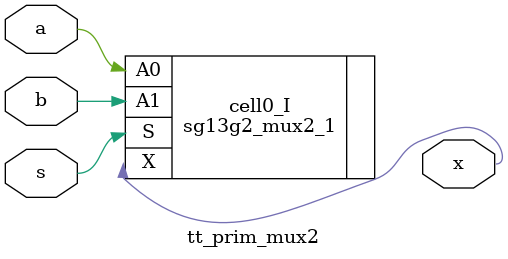
<source format=v>
/*
 * tt_prim_mux2.v
 *
 * TT Primitive
 * Mux2
 *
 * Copyright (c) 2024 Sylvain Munaut <tnt@246tNt.com>
 * SPDX-License-Identifier: Apache-2.0
 */

`default_nettype none

module tt_prim_mux2 (
	input  wire a,
	input  wire b,
	output wire x,
	input  wire s
);

	sg13g2_mux2_1 cell0_I (
		.A0 (a),
		.A1 (b),
		.S  (s),
		.X  (x)
	);

endmodule // tt_prim_mux2

</source>
